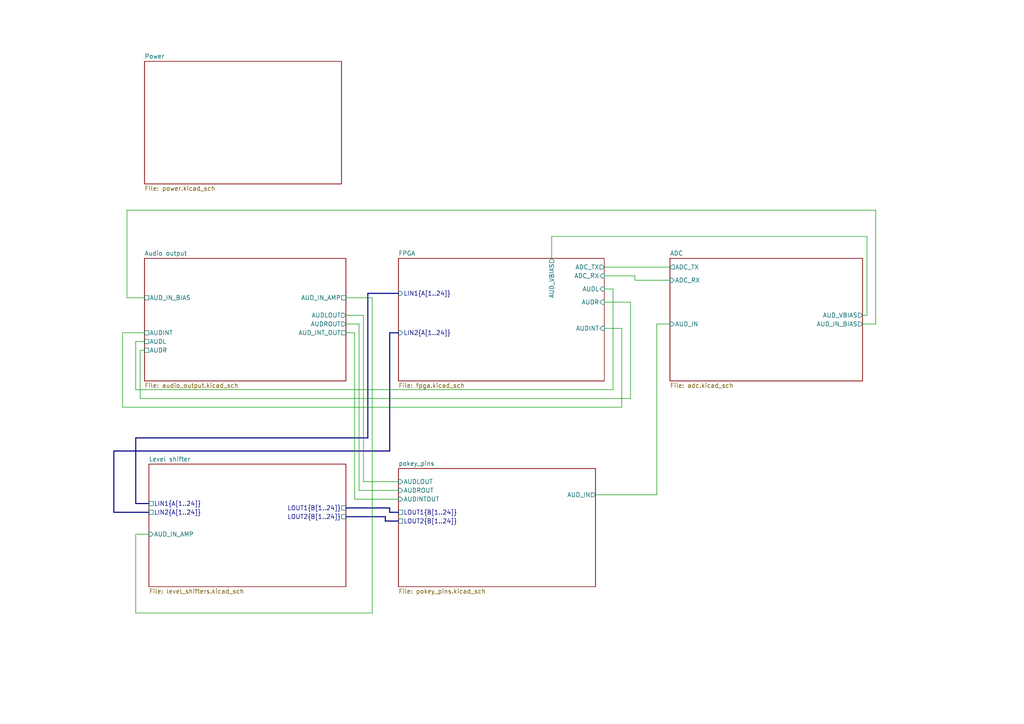
<source format=kicad_sch>
(kicad_sch
	(version 20250114)
	(generator "eeschema")
	(generator_version "9.0")
	(uuid "f8f92944-710a-49a0-a698-f840e5f20e15")
	(paper "A4")
	(lib_symbols)
	(bus
		(pts
			(xy 100.33 147.32) (xy 113.03 147.32)
		)
		(stroke
			(width 0)
			(type default)
		)
		(uuid "048a77c5-e8ed-4480-a30c-0c120e4d2812")
	)
	(wire
		(pts
			(xy 36.83 60.96) (xy 36.83 86.36)
		)
		(stroke
			(width 0)
			(type default)
		)
		(uuid "05183310-0c83-46fd-9d85-f2696bb32461")
	)
	(wire
		(pts
			(xy 35.56 118.11) (xy 180.34 118.11)
		)
		(stroke
			(width 0)
			(type default)
		)
		(uuid "054503a3-5423-4a34-a505-b789d42eed42")
	)
	(bus
		(pts
			(xy 113.03 148.59) (xy 115.57 148.59)
		)
		(stroke
			(width 0)
			(type default)
		)
		(uuid "0576c43a-ee90-4629-8703-934ea66d45bd")
	)
	(wire
		(pts
			(xy 177.8 83.82) (xy 175.26 83.82)
		)
		(stroke
			(width 0)
			(type default)
		)
		(uuid "09c3f121-adfa-4c44-b2e6-3933a8fd18fe")
	)
	(bus
		(pts
			(xy 33.02 130.81) (xy 33.02 148.59)
		)
		(stroke
			(width 0)
			(type default)
		)
		(uuid "0b232ae4-2879-43e1-9c23-f568996e2f37")
	)
	(wire
		(pts
			(xy 102.87 96.52) (xy 102.87 144.78)
		)
		(stroke
			(width 0)
			(type default)
		)
		(uuid "12346169-f42b-44bc-956d-dc9cc5b58e92")
	)
	(wire
		(pts
			(xy 41.91 101.6) (xy 40.64 101.6)
		)
		(stroke
			(width 0)
			(type default)
		)
		(uuid "12dfdd2f-9635-4bb6-91d9-cbebe6d4ed1e")
	)
	(wire
		(pts
			(xy 194.31 81.28) (xy 184.15 81.28)
		)
		(stroke
			(width 0)
			(type default)
		)
		(uuid "17684b34-5a94-43c3-9140-dd8cef8defb8")
	)
	(wire
		(pts
			(xy 105.41 91.44) (xy 105.41 139.7)
		)
		(stroke
			(width 0)
			(type default)
		)
		(uuid "17f409c3-81b8-4558-905a-9d16ac4f507e")
	)
	(bus
		(pts
			(xy 113.03 130.81) (xy 33.02 130.81)
		)
		(stroke
			(width 0)
			(type default)
		)
		(uuid "1eeed254-63b3-401a-aec1-b731c871d5c8")
	)
	(wire
		(pts
			(xy 184.15 80.01) (xy 175.26 80.01)
		)
		(stroke
			(width 0)
			(type default)
		)
		(uuid "1efe8499-b084-425e-88e4-adda841529c8")
	)
	(wire
		(pts
			(xy 39.37 154.94) (xy 43.18 154.94)
		)
		(stroke
			(width 0)
			(type default)
		)
		(uuid "275d59ac-add3-44f5-bdc6-d7c66b6626da")
	)
	(wire
		(pts
			(xy 250.19 93.98) (xy 254 93.98)
		)
		(stroke
			(width 0)
			(type default)
		)
		(uuid "416408c8-aa98-4fb4-bb09-880dc193cc14")
	)
	(bus
		(pts
			(xy 115.57 96.52) (xy 113.03 96.52)
		)
		(stroke
			(width 0)
			(type default)
		)
		(uuid "42714638-754a-425d-9546-f91c7ea792bb")
	)
	(wire
		(pts
			(xy 190.5 93.98) (xy 194.31 93.98)
		)
		(stroke
			(width 0)
			(type default)
		)
		(uuid "4346cfe9-c4fe-4e94-8bed-69f5b007075f")
	)
	(wire
		(pts
			(xy 100.33 91.44) (xy 105.41 91.44)
		)
		(stroke
			(width 0)
			(type default)
		)
		(uuid "4a8970bf-c5ca-43f1-9933-5a284272b1fa")
	)
	(bus
		(pts
			(xy 111.76 151.13) (xy 115.57 151.13)
		)
		(stroke
			(width 0)
			(type default)
		)
		(uuid "50027edf-0b19-4428-b729-9b0eef0736ff")
	)
	(bus
		(pts
			(xy 39.37 127) (xy 106.68 127)
		)
		(stroke
			(width 0)
			(type default)
		)
		(uuid "52af45ff-b3f0-48e5-b53d-361f74883509")
	)
	(wire
		(pts
			(xy 41.91 99.06) (xy 39.37 99.06)
		)
		(stroke
			(width 0)
			(type default)
		)
		(uuid "53180a51-9ae7-44fa-9a76-25c61382b794")
	)
	(wire
		(pts
			(xy 36.83 86.36) (xy 41.91 86.36)
		)
		(stroke
			(width 0)
			(type default)
		)
		(uuid "533db77b-ab8a-4257-82d8-b9620a927c41")
	)
	(wire
		(pts
			(xy 172.72 143.51) (xy 190.5 143.51)
		)
		(stroke
			(width 0)
			(type default)
		)
		(uuid "583bf8d5-ecaa-4792-b2c0-ef3b01344dce")
	)
	(wire
		(pts
			(xy 175.26 77.47) (xy 194.31 77.47)
		)
		(stroke
			(width 0)
			(type default)
		)
		(uuid "59f4e80b-4b9c-4c6f-aa73-adfaad1ed268")
	)
	(bus
		(pts
			(xy 43.18 146.05) (xy 39.37 146.05)
		)
		(stroke
			(width 0)
			(type default)
		)
		(uuid "615d337c-55a4-40c8-85ba-a8aa0119f28b")
	)
	(bus
		(pts
			(xy 39.37 146.05) (xy 39.37 127)
		)
		(stroke
			(width 0)
			(type default)
		)
		(uuid "640f65c7-0668-4c02-9f56-ccb837dbaedf")
	)
	(wire
		(pts
			(xy 182.88 115.57) (xy 182.88 87.63)
		)
		(stroke
			(width 0)
			(type default)
		)
		(uuid "65be932c-0a78-4f74-bdcb-eec120c473c0")
	)
	(wire
		(pts
			(xy 36.83 60.96) (xy 254 60.96)
		)
		(stroke
			(width 0)
			(type default)
		)
		(uuid "6cff0d2a-cef6-4783-a7d7-662908638a59")
	)
	(wire
		(pts
			(xy 182.88 87.63) (xy 175.26 87.63)
		)
		(stroke
			(width 0)
			(type default)
		)
		(uuid "6d3f9a05-28ad-4aea-8902-b0c2de2ff9dd")
	)
	(wire
		(pts
			(xy 190.5 143.51) (xy 190.5 93.98)
		)
		(stroke
			(width 0)
			(type default)
		)
		(uuid "723c9916-e4aa-41af-9e13-a1260a3129ae")
	)
	(bus
		(pts
			(xy 111.76 149.86) (xy 111.76 151.13)
		)
		(stroke
			(width 0)
			(type default)
		)
		(uuid "7b536b9c-173f-4548-a27d-f05b5c98dc03")
	)
	(wire
		(pts
			(xy 107.95 177.8) (xy 39.37 177.8)
		)
		(stroke
			(width 0)
			(type default)
		)
		(uuid "8682e238-eb07-4d4b-9f6c-1e96831bb475")
	)
	(wire
		(pts
			(xy 104.14 142.24) (xy 115.57 142.24)
		)
		(stroke
			(width 0)
			(type default)
		)
		(uuid "8e973481-1687-4ea5-b5f1-7d23e5d76bc3")
	)
	(wire
		(pts
			(xy 180.34 95.25) (xy 175.26 95.25)
		)
		(stroke
			(width 0)
			(type default)
		)
		(uuid "8ff809e9-c002-45e8-8b5f-0eaab4b1f0a1")
	)
	(bus
		(pts
			(xy 106.68 85.09) (xy 115.57 85.09)
		)
		(stroke
			(width 0)
			(type default)
		)
		(uuid "910187bd-727e-40f1-a513-e70eb745450d")
	)
	(wire
		(pts
			(xy 40.64 101.6) (xy 40.64 115.57)
		)
		(stroke
			(width 0)
			(type default)
		)
		(uuid "911b78b9-f94d-440c-9d87-cb1d66594008")
	)
	(wire
		(pts
			(xy 39.37 113.03) (xy 177.8 113.03)
		)
		(stroke
			(width 0)
			(type default)
		)
		(uuid "94d151d3-9f04-4205-9235-09c7a0884527")
	)
	(bus
		(pts
			(xy 33.02 148.59) (xy 43.18 148.59)
		)
		(stroke
			(width 0)
			(type default)
		)
		(uuid "994f87d2-fb47-4cad-82e5-0189ef2f9fa2")
	)
	(wire
		(pts
			(xy 177.8 113.03) (xy 177.8 83.82)
		)
		(stroke
			(width 0)
			(type default)
		)
		(uuid "9995a6b9-44f8-4ebb-aa87-ad31b73694f3")
	)
	(wire
		(pts
			(xy 39.37 177.8) (xy 39.37 154.94)
		)
		(stroke
			(width 0)
			(type default)
		)
		(uuid "aa1428eb-1a38-4ea6-9290-c505a806569d")
	)
	(wire
		(pts
			(xy 104.14 93.98) (xy 104.14 142.24)
		)
		(stroke
			(width 0)
			(type default)
		)
		(uuid "b4eb04fc-3e1a-417c-8e8f-8d7e26c444a9")
	)
	(wire
		(pts
			(xy 105.41 139.7) (xy 115.57 139.7)
		)
		(stroke
			(width 0)
			(type default)
		)
		(uuid "b7348175-026b-4ee5-88c9-77b0eab9e008")
	)
	(wire
		(pts
			(xy 251.46 68.58) (xy 160.02 68.58)
		)
		(stroke
			(width 0)
			(type default)
		)
		(uuid "b90b0983-16c3-4a21-9a20-292ffaebd3ba")
	)
	(wire
		(pts
			(xy 180.34 118.11) (xy 180.34 95.25)
		)
		(stroke
			(width 0)
			(type default)
		)
		(uuid "bbf21d1a-0f17-494e-b65b-e15d94587a58")
	)
	(wire
		(pts
			(xy 250.19 91.44) (xy 251.46 91.44)
		)
		(stroke
			(width 0)
			(type default)
		)
		(uuid "bf873a1c-a76f-428d-9793-5d3b8bd68f97")
	)
	(bus
		(pts
			(xy 113.03 96.52) (xy 113.03 130.81)
		)
		(stroke
			(width 0)
			(type default)
		)
		(uuid "c1deb47a-220f-44af-a0b8-1e1d4faac097")
	)
	(wire
		(pts
			(xy 40.64 115.57) (xy 182.88 115.57)
		)
		(stroke
			(width 0)
			(type default)
		)
		(uuid "c59992f3-c22d-4a04-bcd7-be5ed785514f")
	)
	(wire
		(pts
			(xy 39.37 99.06) (xy 39.37 113.03)
		)
		(stroke
			(width 0)
			(type default)
		)
		(uuid "c94f79de-bfe5-4e00-868f-1c3d6f5f755b")
	)
	(wire
		(pts
			(xy 35.56 96.52) (xy 35.56 118.11)
		)
		(stroke
			(width 0)
			(type default)
		)
		(uuid "ccd311f9-8a1b-452f-aa57-2e75d6a5e229")
	)
	(bus
		(pts
			(xy 100.33 149.86) (xy 111.76 149.86)
		)
		(stroke
			(width 0)
			(type default)
		)
		(uuid "cdbbb607-bdb4-496e-bc03-e1a67834e40b")
	)
	(wire
		(pts
			(xy 107.95 86.36) (xy 107.95 177.8)
		)
		(stroke
			(width 0)
			(type default)
		)
		(uuid "d0d95041-604d-43f1-b3ca-f4805c16b0c3")
	)
	(wire
		(pts
			(xy 41.91 96.52) (xy 35.56 96.52)
		)
		(stroke
			(width 0)
			(type default)
		)
		(uuid "d3610b34-285b-4f6f-bba1-ec2ec84b656c")
	)
	(bus
		(pts
			(xy 106.68 127) (xy 106.68 85.09)
		)
		(stroke
			(width 0)
			(type default)
		)
		(uuid "d3ba9c01-e75a-4692-bf49-0efea6a251e7")
	)
	(wire
		(pts
			(xy 100.33 93.98) (xy 104.14 93.98)
		)
		(stroke
			(width 0)
			(type default)
		)
		(uuid "de2df221-e145-44e6-ae04-c23b1301bb04")
	)
	(wire
		(pts
			(xy 102.87 144.78) (xy 115.57 144.78)
		)
		(stroke
			(width 0)
			(type default)
		)
		(uuid "e0c0ebee-23ee-42b5-8971-4db0c226e695")
	)
	(wire
		(pts
			(xy 100.33 96.52) (xy 102.87 96.52)
		)
		(stroke
			(width 0)
			(type default)
		)
		(uuid "e28c0d98-78fc-4eb2-903c-d0cef0e18bf5")
	)
	(wire
		(pts
			(xy 100.33 86.36) (xy 107.95 86.36)
		)
		(stroke
			(width 0)
			(type default)
		)
		(uuid "e4086247-2b3b-4bd8-ad52-9f32a6cf1386")
	)
	(bus
		(pts
			(xy 113.03 147.32) (xy 113.03 148.59)
		)
		(stroke
			(width 0)
			(type default)
		)
		(uuid "f0fe8825-f867-48cb-9854-a0948ca02d09")
	)
	(wire
		(pts
			(xy 251.46 91.44) (xy 251.46 68.58)
		)
		(stroke
			(width 0)
			(type default)
		)
		(uuid "faceb4cd-4513-4624-a878-4305d1fe4079")
	)
	(wire
		(pts
			(xy 160.02 68.58) (xy 160.02 74.93)
		)
		(stroke
			(width 0)
			(type default)
		)
		(uuid "fb01391a-324d-454d-8924-6565f0aa8818")
	)
	(wire
		(pts
			(xy 254 93.98) (xy 254 60.96)
		)
		(stroke
			(width 0)
			(type default)
		)
		(uuid "fd63bd3c-b2b0-4856-aac3-67a119860560")
	)
	(wire
		(pts
			(xy 184.15 81.28) (xy 184.15 80.01)
		)
		(stroke
			(width 0)
			(type default)
		)
		(uuid "fe30f62f-25fc-4e19-b382-6ee746cd639a")
	)
	(sheet
		(at 194.31 74.93)
		(size 55.88 35.56)
		(exclude_from_sim no)
		(in_bom yes)
		(on_board yes)
		(dnp no)
		(fields_autoplaced yes)
		(stroke
			(width 0.1524)
			(type solid)
		)
		(fill
			(color 0 0 0 0.0000)
		)
		(uuid "1dc50d40-2acd-4c26-808b-1819716fc764")
		(property "Sheetname" "ADC"
			(at 194.31 74.2184 0)
			(effects
				(font
					(size 1.27 1.27)
				)
				(justify left bottom)
			)
		)
		(property "Sheetfile" "adc.kicad_sch"
			(at 194.31 111.0746 0)
			(effects
				(font
					(size 1.27 1.27)
				)
				(justify left top)
			)
		)
		(pin "ADC_RX" input
			(at 194.31 81.28 180)
			(uuid "a391e5b6-e8e9-4a91-8c2e-9098209d5ec4")
			(effects
				(font
					(size 1.27 1.27)
				)
				(justify left)
			)
		)
		(pin "ADC_TX" output
			(at 194.31 77.47 180)
			(uuid "8d450a85-02d3-4535-91c3-1e32f4e55c90")
			(effects
				(font
					(size 1.27 1.27)
				)
				(justify left)
			)
		)
		(pin "AUD_IN_BIAS" output
			(at 250.19 93.98 0)
			(uuid "f992584f-4854-460d-8089-55a19cb0fcb4")
			(effects
				(font
					(size 1.27 1.27)
				)
				(justify right)
			)
		)
		(pin "AUD_IN" input
			(at 194.31 93.98 180)
			(uuid "6c742561-598f-4e64-ad1a-d57abc0c27bd")
			(effects
				(font
					(size 1.27 1.27)
				)
				(justify left)
			)
		)
		(pin "AUD_VBIAS" output
			(at 250.19 91.44 0)
			(uuid "80333f7f-3c89-4d98-aa44-16a64c686fea")
			(effects
				(font
					(size 1.27 1.27)
				)
				(justify right)
			)
		)
		(instances
			(project "pokeymax4_5"
				(path "/f8f92944-710a-49a0-a698-f840e5f20e15"
					(page "6")
				)
			)
		)
	)
	(sheet
		(at 115.57 135.89)
		(size 57.15 34.29)
		(exclude_from_sim no)
		(in_bom yes)
		(on_board yes)
		(dnp no)
		(fields_autoplaced yes)
		(stroke
			(width 0.1524)
			(type solid)
		)
		(fill
			(color 0 0 0 0.0000)
		)
		(uuid "473fb442-f6a6-4f3e-b077-9a313beb11d5")
		(property "Sheetname" "pokey_pins"
			(at 115.57 135.1784 0)
			(effects
				(font
					(size 1.27 1.27)
				)
				(justify left bottom)
			)
		)
		(property "Sheetfile" "pokey_pins.kicad_sch"
			(at 115.57 170.7646 0)
			(effects
				(font
					(size 1.27 1.27)
				)
				(justify left top)
			)
		)
		(pin "AUDROUT" input
			(at 115.57 142.24 180)
			(uuid "0baf10a3-7dd7-4402-87c6-e3382d81bcad")
			(effects
				(font
					(size 1.27 1.27)
				)
				(justify left)
			)
		)
		(pin "AUDLOUT" input
			(at 115.57 139.7 180)
			(uuid "3458cd39-2859-4e40-a9fa-a2746c00dac6")
			(effects
				(font
					(size 1.27 1.27)
				)
				(justify left)
			)
		)
		(pin "AUDINTOUT" input
			(at 115.57 144.78 180)
			(uuid "158a2f95-6873-4a5e-b629-78af387aa6d3")
			(effects
				(font
					(size 1.27 1.27)
				)
				(justify left)
			)
		)
		(pin "AUD_IN" output
			(at 172.72 143.51 0)
			(uuid "fd04647e-fd60-46db-bf91-8bec2dd151a2")
			(effects
				(font
					(size 1.27 1.27)
				)
				(justify right)
			)
		)
		(pin "LOUT1{B[1..24]}" passive
			(at 115.57 148.59 180)
			(uuid "97c1a255-cf58-4e74-b57f-b28ab8babaa6")
			(effects
				(font
					(size 1.27 1.27)
				)
				(justify left)
			)
		)
		(pin "LOUT2{B[1..24]}" passive
			(at 115.57 151.13 180)
			(uuid "a12e9e9b-161c-47ac-8c53-4bf4f2a4f234")
			(effects
				(font
					(size 1.27 1.27)
				)
				(justify left)
			)
		)
		(instances
			(project "pokeymax4_5"
				(path "/f8f92944-710a-49a0-a698-f840e5f20e15"
					(page "7")
				)
			)
		)
	)
	(sheet
		(at 41.91 74.93)
		(size 58.42 35.56)
		(exclude_from_sim no)
		(in_bom yes)
		(on_board yes)
		(dnp no)
		(fields_autoplaced yes)
		(stroke
			(width 0.1524)
			(type solid)
		)
		(fill
			(color 0 0 0 0.0000)
		)
		(uuid "82ba8f9b-a44c-4965-afdf-636054a8ceef")
		(property "Sheetname" "Audio output"
			(at 41.91 74.2184 0)
			(effects
				(font
					(size 1.27 1.27)
				)
				(justify left bottom)
			)
		)
		(property "Sheetfile" "audio_output.kicad_sch"
			(at 41.91 111.0746 0)
			(effects
				(font
					(size 1.27 1.27)
				)
				(justify left top)
			)
		)
		(pin "AUD_IN_AMP" passive
			(at 100.33 86.36 0)
			(uuid "71ffe1d4-959f-48c7-87d5-31912c0ad900")
			(effects
				(font
					(size 1.27 1.27)
				)
				(justify right)
			)
		)
		(pin "AUD_IN_BIAS" passive
			(at 41.91 86.36 180)
			(uuid "638881c0-2a7c-451f-acdc-7fb539775b71")
			(effects
				(font
					(size 1.27 1.27)
				)
				(justify left)
			)
		)
		(pin "AUD_INT_OUT" passive
			(at 100.33 96.52 0)
			(uuid "e1d1fc6b-3e88-424a-8d27-263f7ca9cdda")
			(effects
				(font
					(size 1.27 1.27)
				)
				(justify right)
			)
		)
		(pin "AUDINT" passive
			(at 41.91 96.52 180)
			(uuid "01f92669-8aa8-4ba2-a061-d6fb25fb4b0d")
			(effects
				(font
					(size 1.27 1.27)
				)
				(justify left)
			)
		)
		(pin "AUDL" passive
			(at 41.91 99.06 180)
			(uuid "a8c7f2c9-87d1-40e1-88d4-0c1154003863")
			(effects
				(font
					(size 1.27 1.27)
				)
				(justify left)
			)
		)
		(pin "AUDR" passive
			(at 41.91 101.6 180)
			(uuid "f869a2a8-4854-4f64-a20d-ac7c8d556d04")
			(effects
				(font
					(size 1.27 1.27)
				)
				(justify left)
			)
		)
		(pin "AUDLOUT" output
			(at 100.33 91.44 0)
			(uuid "a45d87bc-c2b6-4087-9ebf-e29fce3dada6")
			(effects
				(font
					(size 1.27 1.27)
				)
				(justify right)
			)
		)
		(pin "AUDROUT" output
			(at 100.33 93.98 0)
			(uuid "331d8adc-0921-4d85-b0b4-d6845cdda33a")
			(effects
				(font
					(size 1.27 1.27)
				)
				(justify right)
			)
		)
		(instances
			(project "pokeymax4_5"
				(path "/f8f92944-710a-49a0-a698-f840e5f20e15"
					(page "3")
				)
			)
		)
	)
	(sheet
		(at 43.18 134.62)
		(size 57.15 35.56)
		(exclude_from_sim no)
		(in_bom yes)
		(on_board yes)
		(dnp no)
		(fields_autoplaced yes)
		(stroke
			(width 0.1524)
			(type solid)
		)
		(fill
			(color 0 0 0 0.0000)
		)
		(uuid "9960f3de-f40f-4029-80a8-5406de02e1f2")
		(property "Sheetname" "Level shifter"
			(at 43.18 133.9084 0)
			(effects
				(font
					(size 1.27 1.27)
				)
				(justify left bottom)
			)
		)
		(property "Sheetfile" "level_shifters.kicad_sch"
			(at 43.18 170.7646 0)
			(effects
				(font
					(size 1.27 1.27)
				)
				(justify left top)
			)
		)
		(pin "LIN1{A[1..24]}" passive
			(at 43.18 146.05 180)
			(uuid "4863350b-87ad-4237-b2d3-1f47050734ca")
			(effects
				(font
					(size 1.27 1.27)
				)
				(justify left)
			)
		)
		(pin "LIN2{A[1..24]}" passive
			(at 43.18 148.59 180)
			(uuid "c694a77f-bfd6-43ba-8530-cf10d8b47a48")
			(effects
				(font
					(size 1.27 1.27)
				)
				(justify left)
			)
		)
		(pin "LOUT2{B[1..24]}" passive
			(at 100.33 149.86 0)
			(uuid "38a2aa7c-373b-4894-81e5-1447f6223709")
			(effects
				(font
					(size 1.27 1.27)
				)
				(justify right)
			)
		)
		(pin "LOUT1{B[1..24]}" passive
			(at 100.33 147.32 0)
			(uuid "46864533-0ef5-440b-b516-d70e8e046f8d")
			(effects
				(font
					(size 1.27 1.27)
				)
				(justify right)
			)
		)
		(pin "AUD_IN_AMP" input
			(at 43.18 154.94 180)
			(uuid "80a20e64-8e40-4325-8d32-537b18efc15d")
			(effects
				(font
					(size 1.27 1.27)
				)
				(justify left)
			)
		)
		(instances
			(project "pokeymax4_5"
				(path "/f8f92944-710a-49a0-a698-f840e5f20e15"
					(page "2")
				)
			)
		)
	)
	(sheet
		(at 41.91 17.78)
		(size 57.15 35.56)
		(exclude_from_sim no)
		(in_bom yes)
		(on_board yes)
		(dnp no)
		(fields_autoplaced yes)
		(stroke
			(width 0.1524)
			(type solid)
		)
		(fill
			(color 0 0 0 0.0000)
		)
		(uuid "b3c63cf3-5aec-4ac7-b511-941f39b58d95")
		(property "Sheetname" "Power"
			(at 41.91 17.0684 0)
			(effects
				(font
					(size 1.27 1.27)
				)
				(justify left bottom)
			)
		)
		(property "Sheetfile" "power.kicad_sch"
			(at 41.91 53.9246 0)
			(effects
				(font
					(size 1.27 1.27)
				)
				(justify left top)
			)
		)
		(instances
			(project "pokeymax4_5"
				(path "/f8f92944-710a-49a0-a698-f840e5f20e15"
					(page "5")
				)
			)
		)
	)
	(sheet
		(at 115.57 74.93)
		(size 59.69 35.56)
		(exclude_from_sim no)
		(in_bom yes)
		(on_board yes)
		(dnp no)
		(fields_autoplaced yes)
		(stroke
			(width 0.1524)
			(type solid)
		)
		(fill
			(color 0 0 0 0.0000)
		)
		(uuid "ca19021e-142b-41f4-aacf-17c21d0aabf5")
		(property "Sheetname" "FPGA"
			(at 115.57 74.2184 0)
			(effects
				(font
					(size 1.27 1.27)
				)
				(justify left bottom)
			)
		)
		(property "Sheetfile" "fpga.kicad_sch"
			(at 115.57 111.0746 0)
			(effects
				(font
					(size 1.27 1.27)
				)
				(justify left top)
			)
		)
		(pin "LIN1{A[1..24]}" input
			(at 115.57 85.09 180)
			(uuid "0d13bf09-5304-4bf3-a30a-bb4f284ac798")
			(effects
				(font
					(size 1.27 1.27)
				)
				(justify left)
			)
		)
		(pin "LIN2{A[1..24]}" input
			(at 115.57 96.52 180)
			(uuid "cfa2f428-50c0-4816-a359-9af2a113da48")
			(effects
				(font
					(size 1.27 1.27)
				)
				(justify left)
			)
		)
		(pin "AUDR" input
			(at 175.26 87.63 0)
			(uuid "98cb4dba-7697-4988-a22e-7c578691f9e1")
			(effects
				(font
					(size 1.27 1.27)
				)
				(justify right)
			)
		)
		(pin "AUDL" input
			(at 175.26 83.82 0)
			(uuid "774cfe38-782d-4899-a907-5aca0c5c26dc")
			(effects
				(font
					(size 1.27 1.27)
				)
				(justify right)
			)
		)
		(pin "AUDINT" input
			(at 175.26 95.25 0)
			(uuid "69c3a79d-332e-4a1c-b0c4-d96238a7071c")
			(effects
				(font
					(size 1.27 1.27)
				)
				(justify right)
			)
		)
		(pin "ADC_RX" input
			(at 175.26 80.01 0)
			(uuid "a7ba560a-3e18-4ba0-918f-ef7a9d0b433b")
			(effects
				(font
					(size 1.27 1.27)
				)
				(justify right)
			)
		)
		(pin "ADC_TX" output
			(at 175.26 77.47 0)
			(uuid "6d14292e-3815-49b5-8a06-403d022ff295")
			(effects
				(font
					(size 1.27 1.27)
				)
				(justify right)
			)
		)
		(pin "AUD_VBIAS" output
			(at 160.02 74.93 90)
			(uuid "02183b8a-7e7f-403d-8932-f1fa1741c932")
			(effects
				(font
					(size 1.27 1.27)
				)
				(justify right)
			)
		)
		(instances
			(project "pokeymax4_5"
				(path "/f8f92944-710a-49a0-a698-f840e5f20e15"
					(page "4")
				)
			)
		)
	)
	(sheet_instances
		(path "/"
			(page "1")
		)
	)
	(embedded_fonts no)
)

</source>
